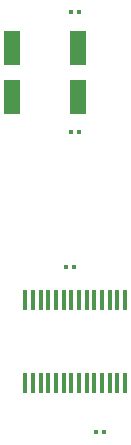
<source format=gbr>
%TF.GenerationSoftware,KiCad,Pcbnew,7.0.7*%
%TF.CreationDate,2023-09-22T09:20:20+09:00*%
%TF.ProjectId,STM32F103_dev_board,53544d33-3246-4313-9033-5f6465765f62,1.0*%
%TF.SameCoordinates,Original*%
%TF.FileFunction,Paste,Bot*%
%TF.FilePolarity,Positive*%
%FSLAX46Y46*%
G04 Gerber Fmt 4.6, Leading zero omitted, Abs format (unit mm)*
G04 Created by KiCad (PCBNEW 7.0.7) date 2023-09-22 09:20:20*
%MOMM*%
%LPD*%
G01*
G04 APERTURE LIST*
G04 Aperture macros list*
%AMRoundRect*
0 Rectangle with rounded corners*
0 $1 Rounding radius*
0 $2 $3 $4 $5 $6 $7 $8 $9 X,Y pos of 4 corners*
0 Add a 4 corners polygon primitive as box body*
4,1,4,$2,$3,$4,$5,$6,$7,$8,$9,$2,$3,0*
0 Add four circle primitives for the rounded corners*
1,1,$1+$1,$2,$3*
1,1,$1+$1,$4,$5*
1,1,$1+$1,$6,$7*
1,1,$1+$1,$8,$9*
0 Add four rect primitives between the rounded corners*
20,1,$1+$1,$2,$3,$4,$5,0*
20,1,$1+$1,$4,$5,$6,$7,0*
20,1,$1+$1,$6,$7,$8,$9,0*
20,1,$1+$1,$8,$9,$2,$3,0*%
G04 Aperture macros list end*
%ADD10R,0.450000X1.725000*%
%ADD11RoundRect,0.079500X-0.079500X-0.100500X0.079500X-0.100500X0.079500X0.100500X-0.079500X0.100500X0*%
%ADD12RoundRect,0.079500X0.079500X0.100500X-0.079500X0.100500X-0.079500X-0.100500X0.079500X-0.100500X0*%
%ADD13R,1.430000X2.850000*%
G04 APERTURE END LIST*
D10*
%TO.C,IC2*%
X149478250Y-120865000D03*
X150128250Y-120865000D03*
X150778250Y-120865000D03*
X151428250Y-120865000D03*
X152078250Y-120865000D03*
X152728250Y-120865000D03*
X153378250Y-120865000D03*
X154028250Y-120865000D03*
X154678250Y-120865000D03*
X155328250Y-120865000D03*
X155978250Y-120865000D03*
X156628250Y-120865000D03*
X157278250Y-120865000D03*
X157928250Y-120865000D03*
X157928250Y-127889000D03*
X157278250Y-127889000D03*
X156628250Y-127889000D03*
X155978250Y-127889000D03*
X155328250Y-127889000D03*
X154678250Y-127889000D03*
X154028250Y-127889000D03*
X153378250Y-127889000D03*
X152728250Y-127889000D03*
X152078250Y-127889000D03*
X151428250Y-127889000D03*
X150778250Y-127889000D03*
X150128250Y-127889000D03*
X149478250Y-127889000D03*
%TD*%
D11*
%TO.C,C5*%
X156174000Y-132080000D03*
X155484000Y-132080000D03*
%TD*%
D12*
%TO.C,C1*%
X152944000Y-118110000D03*
X153634000Y-118110000D03*
%TD*%
%TO.C,C12*%
X154015000Y-106680000D03*
X153325000Y-106680000D03*
%TD*%
D13*
%TO.C,Y2*%
X148315000Y-99525000D03*
X153945000Y-99525000D03*
X153945000Y-103675000D03*
X148315000Y-103675000D03*
%TD*%
D12*
%TO.C,C11*%
X154015000Y-96520000D03*
X153325000Y-96520000D03*
%TD*%
M02*

</source>
